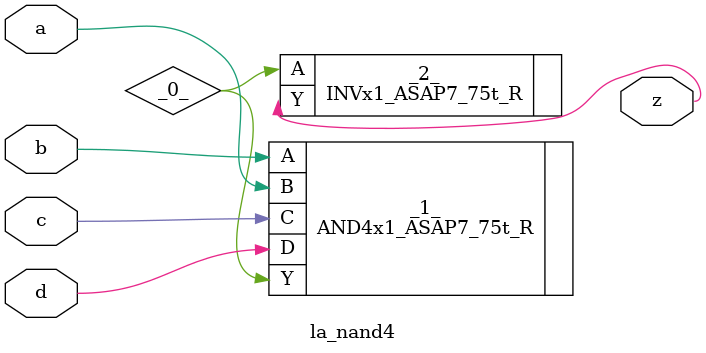
<source format=v>

/* Generated by Yosys 0.44 (git sha1 80ba43d26, g++ 11.4.0-1ubuntu1~22.04 -fPIC -O3) */

(* top =  1  *)
(* src = "inputs/la_nand4.v:10.1-22.10" *)
module la_nand4 (
    a,
    b,
    c,
    d,
    z
);
  wire _0_;
  (* src = "inputs/la_nand4.v:13.12-13.13" *)
  input a;
  wire a;
  (* src = "inputs/la_nand4.v:14.12-14.13" *)
  input b;
  wire b;
  (* src = "inputs/la_nand4.v:15.12-15.13" *)
  input c;
  wire c;
  (* src = "inputs/la_nand4.v:16.12-16.13" *)
  input d;
  wire d;
  (* src = "inputs/la_nand4.v:17.12-17.13" *)
  output z;
  wire z;
  AND4x1_ASAP7_75t_R _1_ (
      .A(b),
      .B(a),
      .C(c),
      .D(d),
      .Y(_0_)
  );
  INVx1_ASAP7_75t_R _2_ (
      .A(_0_),
      .Y(z)
  );
endmodule

</source>
